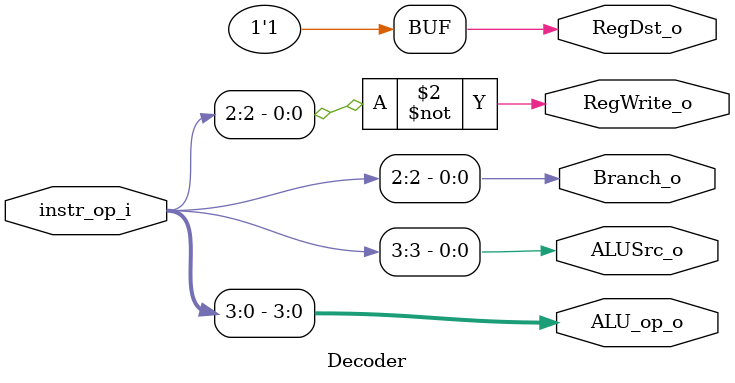
<source format=v>

module Decoder(
    instr_op_i,
	RegWrite_o,
	ALU_op_o,
	ALUSrc_o,
	RegDst_o,
	Branch_o
	);
     
//I/O ports
input  [6-1:0] instr_op_i;

output         RegWrite_o;
output [4-1:0] ALU_op_o;
output         ALUSrc_o;
output         RegDst_o;
output         Branch_o;
 
//Internal Signals
reg    [4-1:0] ALU_op_o;
reg            ALUSrc_o;
reg            RegWrite_o;
reg            RegDst_o;
reg            Branch_o;

//Parameter
always@(instr_op_i)begin
	ALU_op_o=instr_op_i[3:0];
	Branch_o=instr_op_i[2];
	ALUSrc_o=instr_op_i[3];
	RegWrite_o=~instr_op_i[2];
	RegDst_o=1'b1;
end

//Main function

endmodule





                    
                    
</source>
